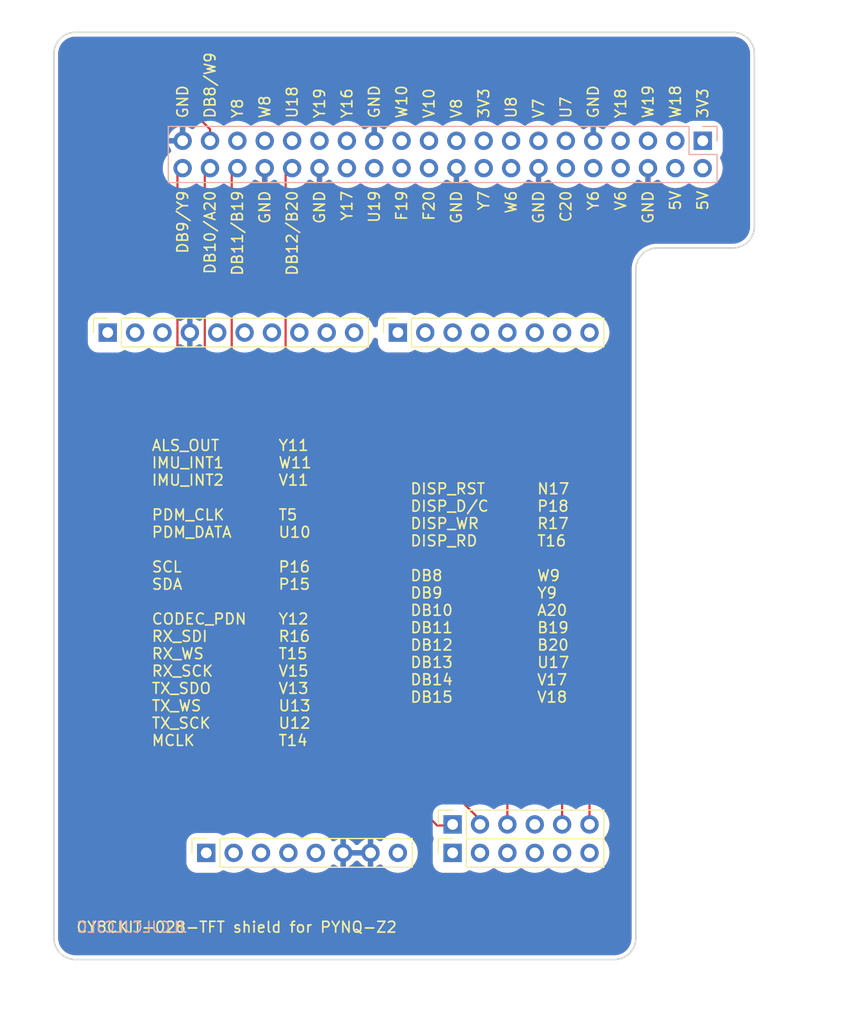
<source format=kicad_pcb>
(kicad_pcb (version 20221018) (generator pcbnew)
  (title_block (title "CY8CKIT-028-TFT shield for PYNQ-Z2") (rev "A") (company "https://github.com/vincentbaeten/pynq-z2-cy8ckit-028-tft-shield"))
  (layers (0 "F.Cu" signal) (31 "B.Cu" signal) (34 "B.Paste" user) (35 "F.Paste" user) (36 "B.SilkS" user "B.Silkscreen") (37 "F.SilkS" user "F.Silkscreen") (38 "B.Mask" user) (39 "F.Mask" user) (44 "Edge.Cuts" user))
  (net 0 "")
  (net 30 "/DB8")
  (net 31 "/DB9")
  (net 32 "/DB10")
  (net 34 "/DB11")
  (net 35 "/DB12")
  (net 63 "GND")
  (footprint "Connector_PinSocket_2.54mm:PinSocket_1x08_P2.54mm_Vertical" (layer "F.Cu") (at 145.14 117.638 90)
    (fp_text reference "J1" hide)
    (fp_text value "Conn_01x08" hide)
    (fp_line (start -1.33 1.27) (end -1.33 19.11) (stroke (width 0.12)) (layer "F.SilkS"))
    (fp_line (start -1.33 1.27) (end 1.33 1.27) (stroke (width 0.12)) (layer "F.SilkS"))
    (fp_line (start -1.33 19.11) (end 1.33 19.11) (stroke (width 0.12)) (layer "F.SilkS"))
    (fp_line (start 0 -1.33) (end 1.33 -1.33) (stroke (width 0.12)) (layer "F.SilkS"))
    (fp_line (start 1.33 -1.33) (end 1.33 0) (stroke (width 0.12)) (layer "F.SilkS"))
    (fp_line (start 1.33 1.27) (end 1.33 19.11) (stroke (width 0.12)) (layer "F.SilkS"))
    (pad "1" thru_hole rect locked (at 0 0 90) (size 1.7 1.7) (drill 1) (layers "*.Cu" "*.Mask"))
    (pad "2" thru_hole oval locked (at 0 2.54 90) (size 1.7 1.7) (drill 1) (layers "*.Cu" "*.Mask"))
    (pad "3" thru_hole oval locked (at 0 5.08 90) (size 1.7 1.7) (drill 1) (layers "*.Cu" "*.Mask"))
    (pad "4" thru_hole oval locked (at 0 7.62 90) (size 1.7 1.7) (drill 1) (layers "*.Cu" "*.Mask"))
    (pad "5" thru_hole oval locked (at 0 10.16 90) (size 1.7 1.7) (drill 1) (layers "*.Cu" "*.Mask"))
    (pad "6" thru_hole oval locked (at 0 12.7 90) (size 1.7 1.7) (drill 1) (layers "*.Cu" "*.Mask") (net 63 "GND"))
    (pad "7" thru_hole oval locked (at 0 15.24 90) (size 1.7 1.7) (drill 1) (layers "*.Cu" "*.Mask") (net 63 "GND"))
    (pad "8" thru_hole oval locked (at 0 17.78 90) (size 1.7 1.7) (drill 1) (layers "*.Cu" "*.Mask"))
  )
  (footprint "Connector_PinSocket_2.54mm:PinSocket_1x06_P2.54mm_Vertical" (layer "F.Cu") (at 168 114.998 90)
    (fp_text reference "J5" hide)
    (fp_text value "Conn_01x06" hide)
    (fp_line (start -1.33 1.27) (end -1.33 14.03) (stroke (width 0.12)) (layer "F.SilkS"))
    (fp_line (start -1.33 1.27) (end 1.33 1.27) (stroke (width 0.12)) (layer "F.SilkS"))
    (fp_line (start -1.33 14.03) (end 1.33 14.03) (stroke (width 0.12)) (layer "F.SilkS"))
    (fp_line (start 0 -1.33) (end 1.33 -1.33) (stroke (width 0.12)) (layer "F.SilkS"))
    (fp_line (start 1.33 -1.33) (end 1.33 0) (stroke (width 0.12)) (layer "F.SilkS"))
    (fp_line (start 1.33 1.27) (end 1.33 14.03) (stroke (width 0.12)) (layer "F.SilkS"))
    (pad "1" thru_hole rect (at 0 0 90) (size 1.7 1.7) (drill 1) (layers "*.Cu" "*.Mask") (net 30 "/DB8"))
    (pad "2" thru_hole oval (at 0 2.54 90) (size 1.7 1.7) (drill 1) (layers "*.Cu" "*.Mask") (net 31 "/DB9"))
    (pad "3" thru_hole oval (at 0 5.08 90) (size 1.7 1.7) (drill 1) (layers "*.Cu" "*.Mask") (net 32 "/DB10"))
    (pad "4" thru_hole oval (at 0 7.62 90) (size 1.7 1.7) (drill 1) (layers "*.Cu" "*.Mask"))
    (pad "5" thru_hole oval (at 0 10.16 90) (size 1.7 1.7) (drill 1) (layers "*.Cu" "*.Mask") (net 34 "/DB11"))
    (pad "6" thru_hole oval (at 0 12.7 90) (size 1.7 1.7) (drill 1) (layers "*.Cu" "*.Mask") (net 35 "/DB12"))
  )
  (footprint "Connector_PinSocket_2.54mm:PinSocket_1x08_P2.54mm_Vertical" (layer "F.Cu") (at 162.92 69.378 90)
    (fp_text reference "J4" hide)
    (fp_text value "Conn_01x08" hide)
    (fp_line (start -1.33 1.27) (end -1.33 19.11) (stroke (width 0.12)) (layer "F.SilkS"))
    (fp_line (start -1.33 1.27) (end 1.33 1.27) (stroke (width 0.12)) (layer "F.SilkS"))
    (fp_line (start -1.33 19.11) (end 1.33 19.11) (stroke (width 0.12)) (layer "F.SilkS"))
    (fp_line (start 0 -1.33) (end 1.33 -1.33) (stroke (width 0.12)) (layer "F.SilkS"))
    (fp_line (start 1.33 -1.33) (end 1.33 0) (stroke (width 0.12)) (layer "F.SilkS"))
    (fp_line (start 1.33 1.27) (end 1.33 19.11) (stroke (width 0.12)) (layer "F.SilkS"))
    (pad "1" thru_hole rect locked (at 0 0 90) (size 1.7 1.7) (drill 1) (layers "*.Cu" "*.Mask"))
    (pad "2" thru_hole oval locked (at 0 2.54 90) (size 1.7 1.7) (drill 1) (layers "*.Cu" "*.Mask"))
    (pad "3" thru_hole oval locked (at 0 5.08 90) (size 1.7 1.7) (drill 1) (layers "*.Cu" "*.Mask"))
    (pad "4" thru_hole oval locked (at 0 7.62 90) (size 1.7 1.7) (drill 1) (layers "*.Cu" "*.Mask"))
    (pad "5" thru_hole oval locked (at 0 10.16 90) (size 1.7 1.7) (drill 1) (layers "*.Cu" "*.Mask"))
    (pad "6" thru_hole oval locked (at 0 12.7 90) (size 1.7 1.7) (drill 1) (layers "*.Cu" "*.Mask"))
    (pad "7" thru_hole oval locked (at 0 15.24 90) (size 1.7 1.7) (drill 1) (layers "*.Cu" "*.Mask"))
    (pad "8" thru_hole oval locked (at 0 17.78 90) (size 1.7 1.7) (drill 1) (layers "*.Cu" "*.Mask"))
  )
  (footprint "Connector_PinSocket_2.54mm:PinSocket_1x10_P2.54mm_Vertical" (layer "F.Cu") (at 135.996 69.378 90)
    (fp_text reference "J2" hide)
    (fp_text value "Conn_01x10" hide)
    (fp_line (start -1.33 1.27) (end -1.33 24.19) (stroke (width 0.12)) (layer "F.SilkS"))
    (fp_line (start -1.33 1.27) (end 1.33 1.27) (stroke (width 0.12)) (layer "F.SilkS"))
    (fp_line (start -1.33 24.19) (end 1.33 24.19) (stroke (width 0.12)) (layer "F.SilkS"))
    (fp_line (start 0 -1.33) (end 1.33 -1.33) (stroke (width 0.12)) (layer "F.SilkS"))
    (fp_line (start 1.33 -1.33) (end 1.33 0) (stroke (width 0.12)) (layer "F.SilkS"))
    (fp_line (start 1.33 1.27) (end 1.33 24.19) (stroke (width 0.12)) (layer "F.SilkS"))
    (pad "1" thru_hole rect locked (at 0 0 90) (size 1.7 1.7) (drill 1) (layers "*.Cu" "*.Mask"))
    (pad "2" thru_hole oval locked (at 0 2.54 90) (size 1.7 1.7) (drill 1) (layers "*.Cu" "*.Mask"))
    (pad "3" thru_hole oval locked (at 0 5.08 90) (size 1.7 1.7) (drill 1) (layers "*.Cu" "*.Mask"))
    (pad "4" thru_hole oval locked (at 0 7.62 90) (size 1.7 1.7) (drill 1) (layers "*.Cu" "*.Mask") (net 63 "GND"))
    (pad "5" thru_hole oval locked (at 0 10.16 90) (size 1.7 1.7) (drill 1) (layers "*.Cu" "*.Mask"))
    (pad "6" thru_hole oval locked (at 0 12.7 90) (size 1.7 1.7) (drill 1) (layers "*.Cu" "*.Mask"))
    (pad "7" thru_hole oval locked (at 0 15.24 90) (size 1.7 1.7) (drill 1) (layers "*.Cu" "*.Mask"))
    (pad "8" thru_hole oval locked (at 0 17.78 90) (size 1.7 1.7) (drill 1) (layers "*.Cu" "*.Mask"))
    (pad "9" thru_hole oval locked (at 0 20.32 90) (size 1.7 1.7) (drill 1) (layers "*.Cu" "*.Mask"))
    (pad "10" thru_hole oval locked (at 0 22.86 90) (size 1.7 1.7) (drill 1) (layers "*.Cu" "*.Mask"))
  )
  (footprint "Connector_PinSocket_2.54mm:PinSocket_1x06_P2.54mm_Vertical" (layer "F.Cu") (at 168 117.638 90)
    (fp_text reference "J3" hide)
    (fp_text value "Conn_01x06" hide)
    (fp_line (start -1.33 1.27) (end -1.33 14.03) (stroke (width 0.12)) (layer "F.SilkS"))
    (fp_line (start -1.33 1.27) (end 1.33 1.27) (stroke (width 0.12)) (layer "F.SilkS"))
    (fp_line (start -1.33 14.03) (end 1.33 14.03) (stroke (width 0.12)) (layer "F.SilkS"))
    (fp_line (start 0 -1.33) (end 1.33 -1.33) (stroke (width 0.12)) (layer "F.SilkS"))
    (fp_line (start 1.33 -1.33) (end 1.33 0) (stroke (width 0.12)) (layer "F.SilkS"))
    (fp_line (start 1.33 1.27) (end 1.33 14.03) (stroke (width 0.12)) (layer "F.SilkS"))
    (pad "1" thru_hole rect locked (at 0 0 90) (size 1.7 1.7) (drill 1) (layers "*.Cu" "*.Mask"))
    (pad "2" thru_hole oval locked (at 0 2.54 90) (size 1.7 1.7) (drill 1) (layers "*.Cu" "*.Mask"))
    (pad "3" thru_hole oval locked (at 0 5.08 90) (size 1.7 1.7) (drill 1) (layers "*.Cu" "*.Mask"))
    (pad "4" thru_hole oval locked (at 0 7.62 90) (size 1.7 1.7) (drill 1) (layers "*.Cu" "*.Mask"))
    (pad "5" thru_hole oval locked (at 0 10.16 90) (size 1.7 1.7) (drill 1) (layers "*.Cu" "*.Mask"))
    (pad "6" thru_hole oval locked (at 0 12.7 90) (size 1.7 1.7) (drill 1) (layers "*.Cu" "*.Mask"))
  )
  (footprint "Connector_PinSocket_2.54mm:PinSocket_2x20_P2.54mm_Vertical" (layer "B.Cu") (at 191.206 51.588 90)
    (fp_text reference "J6" hide)
    (fp_text value "RPi" hide)
    (fp_line (start -3.87 -49.59) (end 1.33 -49.59) (stroke (width 0.12)) (layer "B.SilkS"))
    (fp_line (start -3.87 1.33) (end -3.87 -49.59) (stroke (width 0.12)) (layer "B.SilkS"))
    (fp_line (start -3.87 1.33) (end -1.27 1.33) (stroke (width 0.12)) (layer "B.SilkS"))
    (fp_line (start -1.27 -1.27) (end 1.33 -1.27) (stroke (width 0.12)) (layer "B.SilkS"))
    (fp_line (start -1.27 1.33) (end -1.27 -1.27) (stroke (width 0.12)) (layer "B.SilkS"))
    (fp_line (start 0 1.33) (end 1.33 1.33) (stroke (width 0.12)) (layer "B.SilkS"))
    (fp_line (start 1.33 -1.27) (end 1.33 -49.59) (stroke (width 0.12)) (layer "B.SilkS"))
    (fp_line (start 1.33 1.33) (end 1.33 0) (stroke (width 0.12)) (layer "B.SilkS"))
    (pad "1" thru_hole rect locked (at 0 0 90) (size 1.7 1.7) (drill 1) (layers "*.Cu" "*.Mask"))
    (pad "2" thru_hole oval locked (at -2.54 0 90) (size 1.7 1.7) (drill 1) (layers "*.Cu" "*.Mask"))
    (pad "3" thru_hole oval locked (at 0 -2.54 90) (size 1.7 1.7) (drill 1) (layers "*.Cu" "*.Mask"))
    (pad "4" thru_hole oval locked (at -2.54 -2.54 90) (size 1.7 1.7) (drill 1) (layers "*.Cu" "*.Mask"))
    (pad "5" thru_hole oval locked (at 0 -5.08 90) (size 1.7 1.7) (drill 1) (layers "*.Cu" "*.Mask"))
    (pad "6" thru_hole oval locked (at -2.54 -5.08 90) (size 1.7 1.7) (drill 1) (layers "*.Cu" "*.Mask") (net 63 "GND"))
    (pad "7" thru_hole oval locked (at 0 -7.62 90) (size 1.7 1.7) (drill 1) (layers "*.Cu" "*.Mask"))
    (pad "8" thru_hole oval locked (at -2.54 -7.62 90) (size 1.7 1.7) (drill 1) (layers "*.Cu" "*.Mask"))
    (pad "9" thru_hole oval locked (at 0 -10.16 90) (size 1.7 1.7) (drill 1) (layers "*.Cu" "*.Mask") (net 63 "GND"))
    (pad "10" thru_hole oval locked (at -2.54 -10.16 90) (size 1.7 1.7) (drill 1) (layers "*.Cu" "*.Mask"))
    (pad "11" thru_hole oval locked (at 0 -12.7 90) (size 1.7 1.7) (drill 1) (layers "*.Cu" "*.Mask"))
    (pad "12" thru_hole oval locked (at -2.54 -12.7 90) (size 1.7 1.7) (drill 1) (layers "*.Cu" "*.Mask"))
    (pad "13" thru_hole oval locked (at 0 -15.24 90) (size 1.7 1.7) (drill 1) (layers "*.Cu" "*.Mask"))
    (pad "14" thru_hole oval locked (at -2.54 -15.24 90) (size 1.7 1.7) (drill 1) (layers "*.Cu" "*.Mask") (net 63 "GND"))
    (pad "15" thru_hole oval locked (at 0 -17.78 90) (size 1.7 1.7) (drill 1) (layers "*.Cu" "*.Mask"))
    (pad "16" thru_hole oval locked (at -2.54 -17.78 90) (size 1.7 1.7) (drill 1) (layers "*.Cu" "*.Mask"))
    (pad "17" thru_hole oval locked (at 0 -20.32 90) (size 1.7 1.7) (drill 1) (layers "*.Cu" "*.Mask"))
    (pad "18" thru_hole oval locked (at -2.54 -20.32 90) (size 1.7 1.7) (drill 1) (layers "*.Cu" "*.Mask"))
    (pad "19" thru_hole oval locked (at 0 -22.86 90) (size 1.7 1.7) (drill 1) (layers "*.Cu" "*.Mask"))
    (pad "20" thru_hole oval locked (at -2.54 -22.86 90) (size 1.7 1.7) (drill 1) (layers "*.Cu" "*.Mask") (net 63 "GND"))
    (pad "21" thru_hole oval locked (at 0 -25.4 90) (size 1.7 1.7) (drill 1) (layers "*.Cu" "*.Mask"))
    (pad "22" thru_hole oval locked (at -2.54 -25.4 90) (size 1.7 1.7) (drill 1) (layers "*.Cu" "*.Mask"))
    (pad "23" thru_hole oval locked (at 0 -27.94 90) (size 1.7 1.7) (drill 1) (layers "*.Cu" "*.Mask"))
    (pad "24" thru_hole oval locked (at -2.54 -27.94 90) (size 1.7 1.7) (drill 1) (layers "*.Cu" "*.Mask"))
    (pad "25" thru_hole oval locked (at 0 -30.48 90) (size 1.7 1.7) (drill 1) (layers "*.Cu" "*.Mask") (net 63 "GND"))
    (pad "26" thru_hole oval locked (at -2.54 -30.48 90) (size 1.7 1.7) (drill 1) (layers "*.Cu" "*.Mask"))
    (pad "27" thru_hole oval locked (at 0 -33.02 90) (size 1.7 1.7) (drill 1) (layers "*.Cu" "*.Mask"))
    (pad "28" thru_hole oval locked (at -2.54 -33.02 90) (size 1.7 1.7) (drill 1) (layers "*.Cu" "*.Mask"))
    (pad "29" thru_hole oval locked (at 0 -35.56 90) (size 1.7 1.7) (drill 1) (layers "*.Cu" "*.Mask"))
    (pad "30" thru_hole oval locked (at -2.54 -35.56 90) (size 1.7 1.7) (drill 1) (layers "*.Cu" "*.Mask") (net 63 "GND"))
    (pad "31" thru_hole oval locked (at 0 -38.1 90) (size 1.7 1.7) (drill 1) (layers "*.Cu" "*.Mask"))
    (pad "32" thru_hole oval locked (at -2.54 -38.1 90) (size 1.7 1.7) (drill 1) (layers "*.Cu" "*.Mask") (net 35 "/DB12"))
    (pad "33" thru_hole oval locked (at 0 -40.64 90) (size 1.7 1.7) (drill 1) (layers "*.Cu" "*.Mask"))
    (pad "34" thru_hole oval locked (at -2.54 -40.64 90) (size 1.7 1.7) (drill 1) (layers "*.Cu" "*.Mask") (net 63 "GND"))
    (pad "35" thru_hole oval locked (at 0 -43.18 90) (size 1.7 1.7) (drill 1) (layers "*.Cu" "*.Mask"))
    (pad "36" thru_hole oval locked (at -2.54 -43.18 90) (size 1.7 1.7) (drill 1) (layers "*.Cu" "*.Mask") (net 34 "/DB11"))
    (pad "37" thru_hole oval locked (at 0 -45.72 90) (size 1.7 1.7) (drill 1) (layers "*.Cu" "*.Mask") (net 30 "/DB8"))
    (pad "38" thru_hole oval locked (at -2.54 -45.72 90) (size 1.7 1.7) (drill 1) (layers "*.Cu" "*.Mask") (net 32 "/DB10"))
    (pad "39" thru_hole oval locked (at 0 -48.26 90) (size 1.7 1.7) (drill 1) (layers "*.Cu" "*.Mask") (net 63 "GND"))
    (pad "40" thru_hole oval locked (at -2.54 -48.26 90) (size 1.7 1.7) (drill 1) (layers "*.Cu" "*.Mask") (net 31 "/DB9"))
  )
  (gr_line (start 183 127.53) (end 133 127.53) (stroke (width 0.15)) (layer "Edge.Cuts"))
  (gr_line (start 194 61.53) (end 187 61.53) (stroke (width 0.15)) (layer "Edge.Cuts"))
  (gr_arc (start 185 125.53) (mid 184.414214 126.944214) (end 183 127.53) (stroke (width 0.15)) (layer "Edge.Cuts"))
  (gr_line (start 196 43.53) (end 196 59.53) (stroke (width 0.15)) (layer "Edge.Cuts"))
  (gr_line (start 185 63.53) (end 185 93.53) (stroke (width 0.15)) (layer "Edge.Cuts"))
  (gr_arc (start 194 41.53) (mid 195.414214 42.115786) (end 196 43.53) (stroke (width 0.15)) (layer "Edge.Cuts"))
  (gr_line (start 131 125.53) (end 131 43.53) (stroke (width 0.15)) (layer "Edge.Cuts"))
  (gr_arc (start 131 43.53) (mid 131.585786 42.115786) (end 133 41.53) (stroke (width 0.15)) (layer "Edge.Cuts"))
  (gr_line (start 185 93.53) (end 185 125.53) (stroke (width 0.15)) (layer "Edge.Cuts"))
  (gr_arc (start 196 59.53) (mid 195.414214 60.944214) (end 194 61.53) (stroke (width 0.15)) (layer "Edge.Cuts"))
  (gr_arc (start 185 63.53) (mid 185.585786 62.115786) (end 187 61.53) (stroke (width 0.15)) (layer "Edge.Cuts"))
  (gr_arc (start 133 127.53) (mid 131.585786 126.944214) (end 131 125.53) (stroke (width 0.15)) (layer "Edge.Cuts"))
  (gr_line (start 133 41.53) (end 194 41.53) (stroke (width 0.15)) (layer "Edge.Cuts"))
  (gr_text "JLCJLCJLCJLC" (at 133 124.53) (layer "B.SilkS") (effects (font (size 1 1)) (justify right mirror)))
  (gr_text "GND" (at 168.35 56.13 90) (layer "F.SilkS") (effects (font (size 1 1)) (justify right)))
  (gr_text "V8" (at 168.35 49.59 90) (layer "F.SilkS") (effects (font (size 1 1)) (justify left)))
  (gr_text "U7" (at 178.51 49.59 90) (layer "F.SilkS") (effects (font (size 1 1)) (justify left)))
  (gr_text "3V3" (at 170.89 49.59 90) (layer "F.SilkS") (effects (font (size 1 1)) (justify left)))
  (gr_text "3V3" (at 191.21 49.59 90) (layer "F.SilkS") (effects (font (size 1 1)) (justify left)))
  (gr_text "V7" (at 175.97 49.59 90) (layer "F.SilkS") (effects (font (size 1 1)) (justify left)))
  (gr_text "Y7" (at 170.89 56.13 90) (layer "F.SilkS") (effects (font (size 1 1)) (justify right)))
  (gr_text "GND" (at 160.73 49.59 90) (layer "F.SilkS") (effects (font (size 1 1)) (justify left)))
  (gr_text "Y16" (at 158.19 49.59 90) (layer "F.SilkS") (effects (font (size 1 1)) (justify left)))
  (gr_text "Y19" (at 155.65 49.59 90) (layer "F.SilkS") (effects (font (size 1 1)) (justify left)))
  (gr_text "C20" (at 178.51 56.13 90) (layer "F.SilkS") (effects (font (size 1 1)) (justify right)))
  (gr_text "W10" (at 163.27 49.59 90) (layer "F.SilkS") (effects (font (size 1 1)) (justify left)))
  (gr_text "V6" (at 183.59 56.13 90) (layer "F.SilkS") (effects (font (size 1 1)) (justify right)))
  (gr_text "W18" (at 188.67 49.59 90) (layer "F.SilkS") (effects (font (size 1 1)) (justify left)))
  (gr_text "Y18" (at 183.59 49.59 90) (layer "F.SilkS") (effects (font (size 1 1)) (justify left)))
  (gr_text "GND" (at 142.95 49.59 90) (layer "F.SilkS") (effects (font (size 1 1)) (justify left)))
  (gr_text "DB11/B19" (at 148.03 56.13 90) (layer "F.SilkS") (effects (font (size 1 1)) (justify right)))
  (gr_text "W19" (at 186.13 49.59 90) (layer "F.SilkS") (effects (font (size 1 1)) (justify left)))
  (gr_text "DB9/Y9" (at 142.95 56.13 90) (layer "F.SilkS") (effects (font (size 1 1)) (justify right)))
  (gr_text "GND" (at 155.65 56.13 90) (layer "F.SilkS") (effects (font (size 1 1)) (justify right)))
  (gr_text "GND" (at 181.05 49.59 90) (layer "F.SilkS") (effects (font (size 1 1)) (justify left)))
  (gr_text "5V" (at 188.67 56.13 90) (layer "F.SilkS") (effects (font (size 1 1)) (justify right)))
  (gr_text "DISP_RST	N17\nDISP_D/C	P18\nDISP_WR		R17\nDISP_RD		T16\n\nDB8			W9\nDB9			Y9\nDB10		A20\nDB11		B19\nDB12		B20\nDB13		U17\nDB14		V17\nDB15		V18" (at 164 93.53) (layer "F.SilkS") (effects (font (size 1 1)) (justify left)))
  (gr_text "DB8/W9" (at 145.49 49.59 90) (layer "F.SilkS") (effects (font (size 1 1)) (justify left)))
  (gr_text "W8" (at 150.57 49.59 90) (layer "F.SilkS") (effects (font (size 1 1)) (justify left)))
  (gr_text "Y17" (at 158.19 56.13 90) (layer "F.SilkS") (effects (font (size 1 1)) (justify right)))
  (gr_text "CY8CKIT-028-TFT shield for PYNQ-Z2" (at 133 124.53) (layer "F.SilkS") (effects (font (size 1 1)) (justify left)))
  (gr_text "GND" (at 175.97 56.13 90) (layer "F.SilkS") (effects (font (size 1 1)) (justify right)))
  (gr_text "U18" (at 153.11 49.59 90) (layer "F.SilkS") (effects (font (size 1 1)) (justify left)))
  (gr_text "GND" (at 186.13 56.13 90) (layer "F.SilkS") (effects (font (size 1 1)) (justify right)))
  (gr_text "ALS_OUT		Y11\nIMU_INT1	W11\nIMU_INT2	V11\n\nPDM_CLK		T5\nPDM_DATA	U10\n\nSCL			P16\nSDA			P15\n\nCODEC_PDN	Y12\nRX_SDI		R16\nRX_WS		T15\nRX_SCK		V15\nTX_SDO		V13\nTX_WS		U13\nTX_SCK		U12\nMCLK		T14\n" (at 140 93.53) (layer "F.SilkS") (effects (font (size 1 1)) (justify left)))
  (gr_text "F19" (at 163.27 56.13 90) (layer "F.SilkS") (effects (font (size 1 1)) (justify right)))
  (gr_text "U8" (at 173.43 49.59 90) (layer "F.SilkS") (effects (font (size 1 1)) (justify left)))
  (gr_text "F20" (at 165.81 56.13 90) (layer "F.SilkS") (effects (font (size 1 1)) (justify right)))
  (gr_text "V10" (at 165.81 49.59 90) (layer "F.SilkS") (effects (font (size 1 1)) (justify left)))
  (gr_text "DB12/B20" (at 153.11 56.13 90) (layer "F.SilkS") (effects (font (size 1 1)) (justify right)))
  (gr_text "U19" (at 160.73 56.13 90) (layer "F.SilkS") (effects (font (size 1 1)) (justify right)))
  (gr_text "Y8" (at 148.03 49.59 90) (layer "F.SilkS") (effects (font (size 1 1)) (justify left)))
  (gr_text "DB10/A20" (at 145.49 56.13 90) (layer "F.SilkS") (effects (font (size 1 1)) (justify right)))
  (gr_text "5V" (at 191.21 56.13 90) (layer "F.SilkS") (effects (font (size 1 1)) (justify right)))
  (gr_text "W6" (at 173.43 56.13 90) (layer "F.SilkS") (effects (font (size 1 1)) (justify right)))
  (gr_text "Y6" (at 181.05 56.13 90) (layer "F.SilkS") (effects (font (size 1 1)) (justify right)))
  (gr_text "GND" (at 150.57 56.13 90) (layer "F.SilkS") (effects (font (size 1 1)) (justify right)))
  (segment (start 166.568 115.098) (end 133.25 81.78) (width 0.2) (layer "F.Cu") (net 30))
  (segment (start 143.25 48.28) (end 145.486 50.516) (width 0.2) (layer "F.Cu") (net 30))
  (segment (start 145.486 50.516) (end 145.486 51.588) (width 0.2) (layer "F.Cu") (net 30))
  (segment (start 168 115.098) (end 166.568 115.098) (width 0.2) (layer "F.Cu") (net 30))
  (segment (start 135.25 48.28) (end 143.25 48.28) (width 0.2) (layer "F.Cu") (net 30))
  (segment (start 133.25 50.28) (end 135.25 48.28) (width 0.2) (layer "F.Cu") (net 30))
  (segment (start 133.25 81.78) (end 133.25 50.28) (width 0.2) (layer "F.Cu") (net 30))
  (segment (start 142.5 73.53) (end 142.5 86.53) (width 0.2) (layer "F.Cu") (net 31))
  (segment (start 170.54 114.57) (end 170.54 115.098) (width 0.2) (layer "F.Cu") (net 31))
  (segment (start 142.466 54.608) (end 142.466 73.496) (width 0.2) (layer "F.Cu") (net 31))
  (segment (start 142.5 86.53) (end 170.54 114.57) (width 0.2) (layer "F.Cu") (net 31))
  (segment (start 142.946 54.128) (end 142.466 54.608) (width 0.2) (layer "F.Cu") (net 31))
  (segment (start 142.466 73.496) (end 142.5 73.53) (width 0.2) (layer "F.Cu") (net 31))
  (segment (start 173.08 112.86) (end 173.08 115.098) (width 0.2) (layer "F.Cu") (net 32))
  (segment (start 145 54.614) (end 145 84.78) (width 0.2) (layer "F.Cu") (net 32))
  (segment (start 145 84.78) (end 173.08 112.86) (width 0.2) (layer "F.Cu") (net 32))
  (segment (start 145.486 54.128) (end 145 54.614) (width 0.2) (layer "F.Cu") (net 32))
  (segment (start 178.16 112.94) (end 178.16 115.098) (width 0.2) (layer "F.Cu") (net 34))
  (segment (start 147.5 82.28) (end 178.16 112.94) (width 0.2) (layer "F.Cu") (net 34))
  (segment (start 147.5 54.654) (end 147.5 82.28) (width 0.2) (layer "F.Cu") (net 34))
  (segment (start 148.026 54.128) (end 147.5 54.654) (width 0.2) (layer "F.Cu") (net 34))
  (segment (start 152.5 54.734) (end 153.106 54.128) (width 0.2) (layer "F.Cu") (net 35))
  (segment (start 180.7 115.098) (end 180.7 110.23) (width 0.2) (layer "F.Cu") (net 35))
  (segment (start 152.5 82.03) (end 152.5 54.734) (width 0.2) (layer "F.Cu") (net 35))
  (segment (start 180.7 110.23) (end 152.5 82.03) (width 0.2) (layer "F.Cu") (net 35))
  (zone (net 63) (net_name "GND") (layers "F&B.Cu") (connect_pads (clearance 1)) (min_thickness 0.5) (fill yes (thermal_gap 0.5) (thermal_bridge_width 0.5))
    (polygon (pts (xy 126 38.53) (xy 206 38.53) (xy 206 133.53) (xy 126 133.53)))
  )
)
</source>
